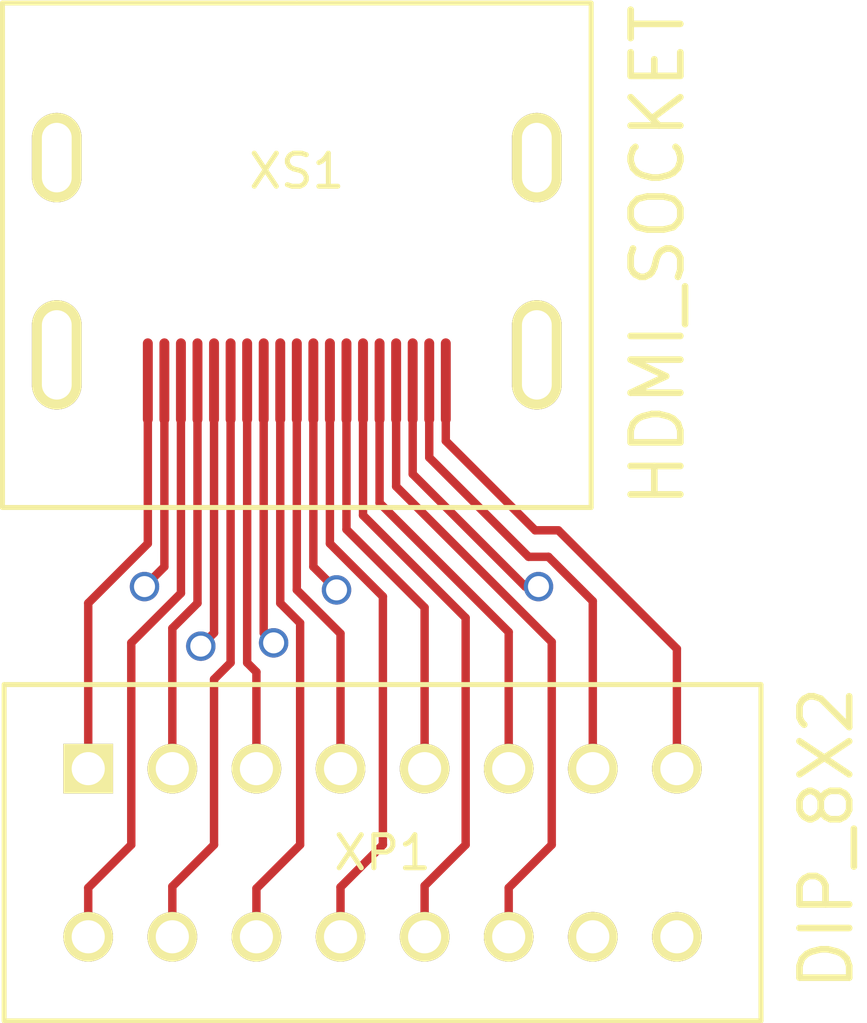
<source format=kicad_pcb>
(kicad_pcb (version 3) (host pcbnew "(2013-07-07 BZR 4022)-stable")

  (general
    (links 24)
    (no_connects 10)
    (area 0 0 0 0)
    (thickness 1.6)
    (drawings 0)
    (tracks 76)
    (zones 0)
    (modules 2)
    (nets 16)
  )

  (page A4)
  (layers
    (15 F.Cu mixed)
    (0 B.Cu mixed)
    (16 B.Adhes user)
    (17 F.Adhes user)
    (18 B.Paste user)
    (19 F.Paste user)
    (20 B.SilkS user)
    (21 F.SilkS user)
    (22 B.Mask user)
    (23 F.Mask user)
    (28 Edge.Cuts user)
  )

  (setup
    (last_trace_width 0.254)
    (trace_clearance 0.254)
    (zone_clearance 0.508)
    (zone_45_only yes)
    (trace_min 0.254)
    (segment_width 0.2)
    (edge_width 0.1)
    (via_size 0.889)
    (via_drill 0.635)
    (via_min_size 0.889)
    (via_min_drill 0.508)
    (uvia_size 0.508)
    (uvia_drill 0.127)
    (uvias_allowed no)
    (uvia_min_size 0.508)
    (uvia_min_drill 0.127)
    (pcb_text_width 0.3)
    (pcb_text_size 1.5 1.5)
    (mod_edge_width 0.15)
    (mod_text_size 1 1)
    (mod_text_width 0.15)
    (pad_size 0.3 2.6)
    (pad_drill 0)
    (pad_to_mask_clearance 0)
    (aux_axis_origin 0 0)
    (visible_elements 7FFFFFFF)
    (pcbplotparams
      (layerselection 3178497)
      (usegerberextensions true)
      (excludeedgelayer true)
      (linewidth 0.150000)
      (plotframeref false)
      (viasonmask false)
      (mode 1)
      (useauxorigin false)
      (hpglpennumber 1)
      (hpglpenspeed 20)
      (hpglpendiameter 15)
      (hpglpenoverlay 2)
      (psnegative false)
      (psa4output false)
      (plotreference true)
      (plotvalue true)
      (plotothertext true)
      (plotinvisibletext false)
      (padsonsilk false)
      (subtractmaskfromsilk false)
      (outputformat 1)
      (mirror false)
      (drillshape 1)
      (scaleselection 1)
      (outputdirectory ""))
  )

  (net 0 "")
  (net 1 /+5VDC)
  (net 2 /BCLK+)
  (net 3 /BCLK-)
  (net 4 /CEC)
  (net 5 /DGND)
  (net 6 /HOT)
  (net 7 /LRCK+)
  (net 8 /LRCK-)
  (net 9 /MCLK+)
  (net 10 /MCLK-)
  (net 11 /R)
  (net 12 /SCL)
  (net 13 /SDA)
  (net 14 /SDATA+)
  (net 15 /SDATA-)

  (net_class Default "This is the default net class."
    (clearance 0.254)
    (trace_width 0.254)
    (via_dia 0.889)
    (via_drill 0.635)
    (uvia_dia 0.508)
    (uvia_drill 0.127)
    (add_net "")
  )

  (net_class Signal ""
    (clearance 0.1)
    (trace_width 0.254)
    (via_dia 0.889)
    (via_drill 0.635)
    (uvia_dia 0.508)
    (uvia_drill 0.127)
    (add_net /+5VDC)
    (add_net /BCLK+)
    (add_net /BCLK-)
    (add_net /CEC)
    (add_net /DGND)
    (add_net /HOT)
    (add_net /LRCK+)
    (add_net /LRCK-)
    (add_net /MCLK+)
    (add_net /MCLK-)
    (add_net /R)
    (add_net /SCL)
    (add_net /SDA)
    (add_net /SDATA+)
    (add_net /SDATA-)
  )

  (module HDMI_SOCKET (layer F.Cu) (tedit 520630CF) (tstamp 5206B4CA)
    (at 227.85 56.75 180)
    (path /5205ED18)
    (clearance 0.08)
    (fp_text reference XS1 (at 0 6.35 180) (layer F.SilkS)
      (effects (font (size 1 1) (thickness 0.15)))
    )
    (fp_text value HDMI_SOCKET (at -10.9 3.8 270) (layer F.SilkS)
      (effects (font (size 1.5 1.5) (thickness 0.2)))
    )
    (fp_line (start 0 11.43) (end 8.89 11.43) (layer F.SilkS) (width 0.15))
    (fp_line (start 8.89 11.43) (end 8.89 -3.81) (layer F.SilkS) (width 0.15))
    (fp_line (start 8.89 -3.81) (end -8.89 -3.81) (layer F.SilkS) (width 0.15))
    (fp_line (start -8.89 -3.81) (end -8.89 11.43) (layer F.SilkS) (width 0.15))
    (fp_line (start -8.89 11.43) (end 0 11.43) (layer F.SilkS) (width 0.15))
    (pad 1 smd oval (at 4.5 0 180) (size 0.3 2.6)
      (layers F.Cu F.Paste F.Mask)
      (net 2 /BCLK+)
    )
    (pad 20 thru_hole oval (at 7.25 6.76 180) (size 1.5 2.7) (drill oval 0.9 2.1)
      (layers *.Cu *.Mask F.SilkS)
      (net 5 /DGND)
    )
    (pad 20 thru_hole oval (at -7.25 6.76 180) (size 1.5 2.7) (drill oval 0.9 2.1)
      (layers *.Cu *.Mask F.SilkS)
      (net 5 /DGND)
    )
    (pad 20 thru_hole oval (at 7.25 0.8 180) (size 1.5 3.3) (drill oval 0.9 2.7)
      (layers *.Cu *.Mask F.SilkS)
      (net 5 /DGND)
    )
    (pad 20 thru_hole oval (at -7.25 0.8 180) (size 1.5 3.3) (drill oval 0.9 2.7)
      (layers *.Cu *.Mask F.SilkS)
      (net 5 /DGND)
    )
    (pad 10 smd oval (at 0 0 180) (size 0.3 2.6)
      (layers F.Cu F.Paste F.Mask)
      (net 9 /MCLK+)
    )
    (pad 12 smd oval (at -1 0 180) (size 0.3 2.6)
      (layers F.Cu F.Paste F.Mask)
      (net 10 /MCLK-)
    )
    (pad 13 smd oval (at -1.5 0 180) (size 0.3 2.6)
      (layers F.Cu F.Paste F.Mask)
      (net 4 /CEC)
    )
    (pad 14 smd oval (at -2 0 180) (size 0.3 2.6)
      (layers F.Cu F.Paste F.Mask)
      (net 11 /R)
    )
    (pad 15 smd oval (at -2.5 0 180) (size 0.3 2.6)
      (layers F.Cu F.Paste F.Mask)
      (net 12 /SCL)
    )
    (pad 16 smd oval (at -3 0 180) (size 0.3 2.6)
      (layers F.Cu F.Paste F.Mask)
      (net 13 /SDA)
    )
    (pad 17 smd oval (at -3.5 0 180) (size 0.3 2.6)
      (layers F.Cu F.Paste F.Mask)
      (net 5 /DGND)
    )
    (pad 18 smd oval (at -4 0 180) (size 0.3 2.6)
      (layers F.Cu F.Paste F.Mask)
      (net 1 /+5VDC)
    )
    (pad 19 smd oval (at -4.5 0 180) (size 0.3 2.6)
      (layers F.Cu F.Paste F.Mask)
      (net 6 /HOT)
    )
    (pad 11 smd oval (at -0.5 0 180) (size 0.3 2.6)
      (layers F.Cu F.Paste F.Mask)
      (net 5 /DGND)
    )
    (pad 2 smd oval (at 4 0 180) (size 0.3 2.6)
      (layers F.Cu F.Paste F.Mask)
      (net 5 /DGND)
    )
    (pad 3 smd oval (at 3.5 0 180) (size 0.3 2.6)
      (layers F.Cu F.Paste F.Mask)
      (net 3 /BCLK-)
    )
    (pad 4 smd oval (at 3 0 180) (size 0.3 2.6)
      (layers F.Cu F.Paste F.Mask)
      (net 14 /SDATA+)
    )
    (pad 5 smd oval (at 2.5 0 180) (size 0.3 2.6)
      (layers F.Cu F.Paste F.Mask)
      (net 5 /DGND)
    )
    (pad 6 smd oval (at 2 0 180) (size 0.3 2.6)
      (layers F.Cu F.Paste F.Mask)
      (net 15 /SDATA-)
    )
    (pad 7 smd oval (at 1.5 0 180) (size 0.3 2.6)
      (layers F.Cu F.Paste F.Mask)
      (net 7 /LRCK+)
    )
    (pad 8 smd oval (at 1 0 180) (size 0.3 2.6)
      (layers F.Cu F.Paste F.Mask)
      (net 5 /DGND)
    )
    (pad 9 smd oval (at 0.5 0 180) (size 0.3 2.6)
      (layers F.Cu F.Paste F.Mask)
      (net 8 /LRCK-)
    )
  )

  (module DIP_8X2 (layer F.Cu) (tedit 520630C0) (tstamp 5206B4E2)
    (at 221.55 68.45)
    (path /5205F736)
    (fp_text reference XP1 (at 8.89 2.54) (layer F.SilkS)
      (effects (font (size 1 1) (thickness 0.15)))
    )
    (fp_text value DIP_8X2 (at 22.3 2.1 90) (layer F.SilkS)
      (effects (font (size 1.5 1.5) (thickness 0.2)))
    )
    (fp_line (start -2.54 -2.54) (end 20.32 -2.54) (layer F.SilkS) (width 0.15))
    (fp_line (start 20.32 -2.54) (end 20.32 7.62) (layer F.SilkS) (width 0.15))
    (fp_line (start 20.32 7.62) (end -2.54 7.62) (layer F.SilkS) (width 0.15))
    (fp_line (start -2.54 7.62) (end -2.54 -2.54) (layer F.SilkS) (width 0.15))
    (pad 1 thru_hole rect (at 0 0) (size 1.5 1.5) (drill 1)
      (layers *.Cu *.Mask F.SilkS)
      (net 2 /BCLK+)
    )
    (pad 2 thru_hole circle (at 0 5.08) (size 1.5 1.5) (drill 1)
      (layers *.Cu *.Mask F.SilkS)
      (net 3 /BCLK-)
    )
    (pad 3 thru_hole circle (at 2.54 0) (size 1.5 1.5) (drill 1)
      (layers *.Cu *.Mask F.SilkS)
      (net 14 /SDATA+)
    )
    (pad 4 thru_hole circle (at 2.54 5.08) (size 1.5 1.5) (drill 1)
      (layers *.Cu *.Mask F.SilkS)
      (net 15 /SDATA-)
    )
    (pad 5 thru_hole circle (at 5.08 0) (size 1.5 1.5) (drill 1)
      (layers *.Cu *.Mask F.SilkS)
      (net 7 /LRCK+)
    )
    (pad 6 thru_hole circle (at 5.08 5.08) (size 1.5 1.5) (drill 1)
      (layers *.Cu *.Mask F.SilkS)
      (net 8 /LRCK-)
    )
    (pad 7 thru_hole circle (at 7.62 0) (size 1.5 1.5) (drill 1)
      (layers *.Cu *.Mask F.SilkS)
      (net 9 /MCLK+)
    )
    (pad 8 thru_hole circle (at 7.62 5.08) (size 1.5 1.5) (drill 1)
      (layers *.Cu *.Mask F.SilkS)
      (net 10 /MCLK-)
    )
    (pad 9 thru_hole circle (at 10.16 0) (size 1.5 1.5) (drill 1)
      (layers *.Cu *.Mask F.SilkS)
      (net 4 /CEC)
    )
    (pad 10 thru_hole circle (at 10.16 5.08) (size 1.5 1.5) (drill 1)
      (layers *.Cu *.Mask F.SilkS)
      (net 11 /R)
    )
    (pad 11 thru_hole circle (at 12.7 0) (size 1.5 1.5) (drill 1)
      (layers *.Cu *.Mask F.SilkS)
      (net 12 /SCL)
    )
    (pad 12 thru_hole circle (at 12.7 5.08) (size 1.5 1.5) (drill 1)
      (layers *.Cu *.Mask F.SilkS)
      (net 13 /SDA)
    )
    (pad 13 thru_hole circle (at 15.24 0) (size 1.5 1.5) (drill 1)
      (layers *.Cu *.Mask F.SilkS)
      (net 1 /+5VDC)
    )
    (pad 14 thru_hole circle (at 15.24 5.08) (size 1.5 1.5) (drill 1)
      (layers *.Cu *.Mask F.SilkS)
      (net 5 /DGND)
    )
    (pad 15 thru_hole circle (at 17.78 0) (size 1.5 1.5) (drill 1)
      (layers *.Cu *.Mask F.SilkS)
      (net 6 /HOT)
    )
    (pad 16 thru_hole circle (at 17.78 5.08) (size 1.5 1.5) (drill 1)
      (layers *.Cu *.Mask F.SilkS)
      (net 5 /DGND)
    )
  )

  (segment (start 231.85 56.75) (end 231.85 59.05) (width 0.254) (layer F.Cu) (net 1))
  (segment (start 236.79 63.39) (end 236.79 68.45) (width 0.254) (layer F.Cu) (net 1) (tstamp 5206BA28))
  (segment (start 235.45 62.05) (end 236.79 63.39) (width 0.254) (layer F.Cu) (net 1) (tstamp 5206BA27))
  (segment (start 234.85 62.05) (end 235.45 62.05) (width 0.254) (layer F.Cu) (net 1) (tstamp 5206BA26))
  (segment (start 231.85 59.05) (end 234.85 62.05) (width 0.254) (layer F.Cu) (net 1) (tstamp 5206BA24))
  (segment (start 223.35 56.75) (end 223.35 61.65) (width 0.254) (layer F.Cu) (net 2))
  (segment (start 221.55 63.45) (end 221.55 68.45) (width 0.254) (layer F.Cu) (net 2) (tstamp 5206B949))
  (segment (start 223.35 61.65) (end 221.55 63.45) (width 0.254) (layer F.Cu) (net 2) (tstamp 5206B947))
  (segment (start 224.35 56.75) (end 224.35 63.15) (width 0.254) (layer F.Cu) (net 3))
  (segment (start 221.55 72.05) (end 221.55 73.53) (width 0.254) (layer F.Cu) (net 3) (tstamp 5206B962))
  (segment (start 222.85 70.75) (end 221.55 72.05) (width 0.254) (layer F.Cu) (net 3) (tstamp 5206B960))
  (segment (start 222.85 64.65) (end 222.85 70.75) (width 0.254) (layer F.Cu) (net 3) (tstamp 5206B95E))
  (segment (start 224.35 63.15) (end 222.85 64.65) (width 0.254) (layer F.Cu) (net 3) (tstamp 5206B95C))
  (segment (start 229.35 56.75) (end 229.35 61.223) (width 0.254) (layer F.Cu) (net 4))
  (segment (start 231.71 63.583) (end 231.71 68.45) (width 0.254) (layer F.Cu) (net 4) (tstamp 5206B9B5))
  (segment (start 229.35 61.223) (end 231.71 63.583) (width 0.254) (layer F.Cu) (net 4) (tstamp 5206B9B3))
  (segment (start 223.85 56.75) (end 223.85 62.35) (width 0.254) (layer F.Cu) (net 5))
  (via (at 223.25 62.95) (size 0.889) (layers F.Cu B.Cu) (net 5))
  (segment (start 223.85 62.35) (end 223.25 62.95) (width 0.254) (layer F.Cu) (net 5) (tstamp 5206BA43))
  (segment (start 225.35 56.75) (end 225.35 64.35) (width 0.254) (layer F.Cu) (net 5))
  (via (at 224.95 64.75) (size 0.889) (layers F.Cu B.Cu) (net 5))
  (segment (start 225.35 64.35) (end 224.95 64.75) (width 0.254) (layer F.Cu) (net 5) (tstamp 5206BA3E))
  (segment (start 226.85 56.75) (end 226.85 64.35) (width 0.254) (layer F.Cu) (net 5))
  (via (at 227.15 64.65) (size 0.889) (layers F.Cu B.Cu) (net 5))
  (segment (start 226.85 64.35) (end 227.15 64.65) (width 0.254) (layer F.Cu) (net 5) (tstamp 5206BA39))
  (segment (start 228.35 56.75) (end 228.35 62.35) (width 0.254) (layer F.Cu) (net 5))
  (via (at 229.05 63.05) (size 0.889) (layers F.Cu B.Cu) (net 5))
  (segment (start 228.35 62.35) (end 229.05 63.05) (width 0.254) (layer F.Cu) (net 5) (tstamp 5206BA34))
  (segment (start 231.35 56.75) (end 231.35 59.55) (width 0.254) (layer F.Cu) (net 5))
  (via (at 235.15 62.95) (size 0.889) (layers F.Cu B.Cu) (net 5))
  (segment (start 234.75 62.95) (end 235.15 62.95) (width 0.254) (layer F.Cu) (net 5) (tstamp 5206BA1F))
  (segment (start 231.35 59.55) (end 234.75 62.95) (width 0.254) (layer F.Cu) (net 5) (tstamp 5206BA1D))
  (segment (start 235.099 56.588) (end 235.11 56.55) (width 0.254) (layer B.Cu) (net 5) (tstamp 5206B540) (status 80000))
  (segment (start 235.11 56.55) (end 235.099 56.588) (width 0.254) (layer B.Cu) (net 5) (status 80000))
  (segment (start 232.35 56.75) (end 232.35 58.55) (width 0.254) (layer F.Cu) (net 6))
  (segment (start 239.33 64.83) (end 239.33 68.45) (width 0.254) (layer F.Cu) (net 6) (tstamp 5206BA30))
  (segment (start 235.75 61.25) (end 239.33 64.83) (width 0.254) (layer F.Cu) (net 6) (tstamp 5206BA2F))
  (segment (start 235.05 61.25) (end 235.75 61.25) (width 0.254) (layer F.Cu) (net 6) (tstamp 5206BA2E))
  (segment (start 232.35 58.55) (end 235.05 61.25) (width 0.254) (layer F.Cu) (net 6) (tstamp 5206BA2C))
  (segment (start 226.35 56.75) (end 226.35 65.25) (width 0.254) (layer F.Cu) (net 7))
  (segment (start 226.63 65.53) (end 226.63 68.45) (width 0.254) (layer F.Cu) (net 7) (tstamp 5206B984))
  (segment (start 226.35 65.25) (end 226.63 65.53) (width 0.254) (layer F.Cu) (net 7) (tstamp 5206B983))
  (segment (start 227.35 56.75) (end 227.35 63.45) (width 0.254) (layer F.Cu) (net 8))
  (segment (start 226.63 72.07) (end 226.63 73.53) (width 0.254) (layer F.Cu) (net 8) (tstamp 5206B995))
  (segment (start 227.95 70.75) (end 226.63 72.07) (width 0.254) (layer F.Cu) (net 8) (tstamp 5206B993))
  (segment (start 227.95 64.05) (end 227.95 70.75) (width 0.254) (layer F.Cu) (net 8) (tstamp 5206B992))
  (segment (start 227.35 63.45) (end 227.95 64.05) (width 0.254) (layer F.Cu) (net 8) (tstamp 5206B991))
  (segment (start 227.85 56.75) (end 227.85 63.05) (width 0.254) (layer F.Cu) (net 9))
  (segment (start 229.17 64.37) (end 229.17 68.45) (width 0.254) (layer F.Cu) (net 9) (tstamp 5206B99A))
  (segment (start 227.85 63.05) (end 229.17 64.37) (width 0.254) (layer F.Cu) (net 9) (tstamp 5206B999))
  (segment (start 228.85 56.75) (end 228.85 61.65) (width 0.254) (layer F.Cu) (net 10))
  (segment (start 229.17 72.03) (end 229.17 73.53) (width 0.254) (layer F.Cu) (net 10) (tstamp 5206B9AF))
  (segment (start 230.45 70.75) (end 229.17 72.03) (width 0.254) (layer F.Cu) (net 10) (tstamp 5206B9AD))
  (segment (start 230.45 63.25) (end 230.45 70.75) (width 0.254) (layer F.Cu) (net 10) (tstamp 5206B9AB))
  (segment (start 228.85 61.65) (end 230.45 63.25) (width 0.254) (layer F.Cu) (net 10) (tstamp 5206B9A9))
  (segment (start 229.85 56.75) (end 229.85 60.796) (width 0.254) (layer F.Cu) (net 11))
  (segment (start 231.71 71.99) (end 231.71 73.53) (width 0.254) (layer F.Cu) (net 11) (tstamp 5206B9BF))
  (segment (start 232.95 70.75) (end 231.71 71.99) (width 0.254) (layer F.Cu) (net 11) (tstamp 5206B9BD))
  (segment (start 232.95 63.896) (end 232.95 70.75) (width 0.254) (layer F.Cu) (net 11) (tstamp 5206B9BB))
  (segment (start 229.85 60.796) (end 232.95 63.896) (width 0.254) (layer F.Cu) (net 11) (tstamp 5206B9B9))
  (segment (start 230.35 56.75) (end 230.35 60.423) (width 0.254) (layer F.Cu) (net 12))
  (segment (start 234.25 64.323) (end 234.25 68.45) (width 0.254) (layer F.Cu) (net 12) (tstamp 5206BA0E))
  (segment (start 230.35 60.423) (end 234.25 64.323) (width 0.254) (layer F.Cu) (net 12) (tstamp 5206BA0C))
  (segment (start 230.85 56.75) (end 230.85 59.923) (width 0.254) (layer F.Cu) (net 13))
  (segment (start 234.25 72.05) (end 234.25 73.53) (width 0.254) (layer F.Cu) (net 13) (tstamp 5206BA18))
  (segment (start 235.55 70.75) (end 234.25 72.05) (width 0.254) (layer F.Cu) (net 13) (tstamp 5206BA16))
  (segment (start 235.55 64.623) (end 235.55 70.75) (width 0.254) (layer F.Cu) (net 13) (tstamp 5206BA14))
  (segment (start 230.85 59.923) (end 235.55 64.623) (width 0.254) (layer F.Cu) (net 13) (tstamp 5206BA12))
  (segment (start 224.85 56.75) (end 224.85 63.45) (width 0.254) (layer F.Cu) (net 14))
  (segment (start 224.09 64.21) (end 224.09 68.45) (width 0.254) (layer F.Cu) (net 14) (tstamp 5206B968))
  (segment (start 224.85 63.45) (end 224.09 64.21) (width 0.254) (layer F.Cu) (net 14) (tstamp 5206B966))
  (segment (start 225.85 56.75) (end 225.85 65.25) (width 0.254) (layer F.Cu) (net 15))
  (segment (start 224.09 72.01) (end 224.09 73.53) (width 0.254) (layer F.Cu) (net 15) (tstamp 5206B97F))
  (segment (start 225.35 70.75) (end 224.09 72.01) (width 0.254) (layer F.Cu) (net 15) (tstamp 5206B97D))
  (segment (start 225.35 65.75) (end 225.35 70.75) (width 0.254) (layer F.Cu) (net 15) (tstamp 5206B97C))
  (segment (start 225.85 65.25) (end 225.35 65.75) (width 0.254) (layer F.Cu) (net 15) (tstamp 5206B97B))

)

</source>
